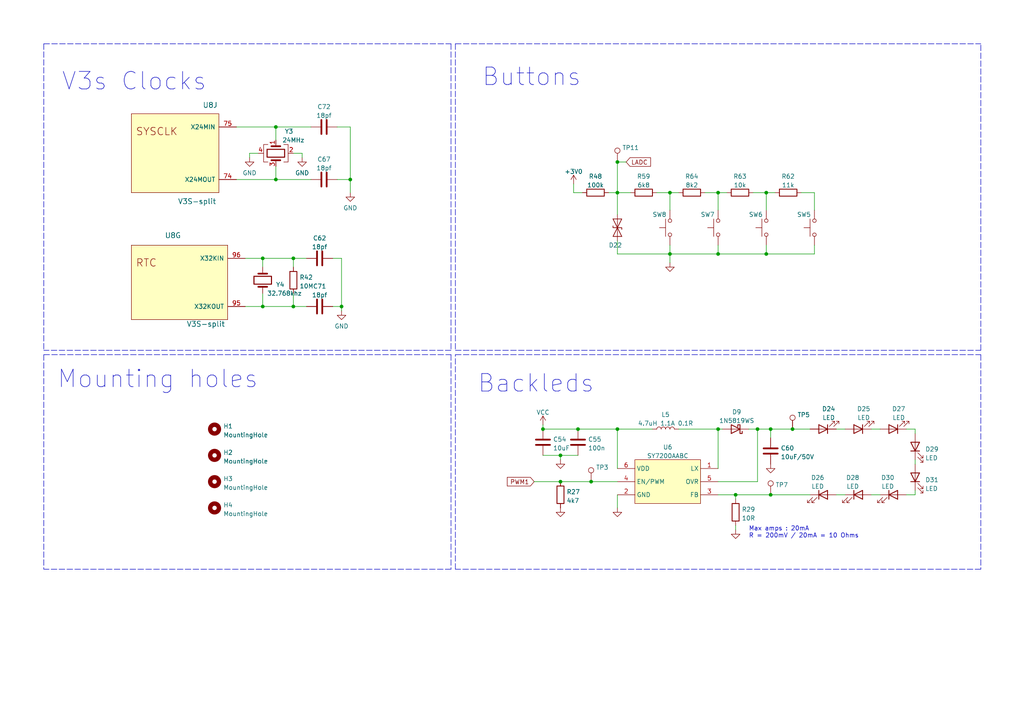
<source format=kicad_sch>
(kicad_sch (version 20211123) (generator eeschema)
  (paper "A4")
  (title_block (title "OzzyBoard") (date "2023-03-10") (rev "0.91"))
  (lib_symbols
    (symbol "Allwinner:V3S-split" (pin_names (offset 1.016))
      (property "Reference" "U1" (at 10.16 71.12 0))
      (property "Value" "V3S-split" (at 8.89 7.62 0))
      (symbol "V3S-split_1_0"
        (text "Power" (at -16.51 60.96 0) (effects (font (size 2.159 2.159)) (justify left bottom)))
        (pin power_in line (at 19.05 33.02 180) (length 5.08) (name "VCC-IO0") (number "104"))
        (pin power_in line (at 19.05 49.53 180) (length 5.08) (name "VDD-SYS1") (number "108"))
        (pin passive line (at -22.86 31.75 0) (length 5.08) (name "AVCC") (number "115"))
        (pin passive line (at -22.86 29.21 0) (length 5.08) (name "AGND") (number "116"))
        (pin power_in line (at 19.05 -5.08 180) (length 5.08) (name "VCC-PE0") (number "12"))
        (pin power_in line (at 19.05 46.99 180) (length 5.08) (name "VDD-SYS2") (number "126"))
        (pin power_in line (at 19.05 30.48 180) (length 5.08) (name "VCC-IO1") (number "127"))
        (pin power_in line (at 19.05 44.45 180) (length 5.08) (name "VDD-SYS3") (number "19"))
        (pin power_in line (at -22.86 49.53 0) (length 5.08) (name "VDD-CPU3") (number "20"))
        (pin power_in line (at -22.86 52.07 0) (length 5.08) (name "VDD-CPU2") (number "21"))
        (pin power_in line (at -22.86 54.61 0) (length 5.08) (name "VDD-CPU1") (number "25"))
        (pin power_in line (at -22.86 57.15 0) (length 5.08) (name "VDD-CPU0") (number "26"))
        (pin power_in line (at 19.05 -7.62 180) (length 5.08) (name "VCC-PE1") (number "29"))
        (pin power_in line (at -22.86 46.99 0) (length 5.08) (name "VDD-CPU4") (number "38"))
        (pin power_in line (at -22.86 44.45 0) (length 5.08) (name "VDD-CPU5") (number "47"))
        (pin power_in line (at 19.05 25.4 180) (length 5.08) (name "VCC-IO3") (number "50"))
        (pin power_in line (at -22.86 41.91 0) (length 5.08) (name "VDD-CPU6") (number "51"))
        (pin power_in line (at -22.86 39.37 0) (length 5.08) (name "VDD-CPU7") (number "56"))
        (pin power_in line (at 19.05 27.94 180) (length 5.08) (name "VCC-IO2") (number "57"))
        (pin power_in line (at 19.05 41.91 180) (length 5.08) (name "VDD-SYS4") (number "58"))
        (pin power_in line (at -22.86 -30.48 0) (length 5.08) (name "VCC-DRAM8") (number "59"))
        (pin power_in line (at -22.86 -33.02 0) (length 5.08) (name "VCC-DRAM9") (number "60"))
        (pin power_in line (at -22.86 -35.56 0) (length 5.08) (name "VCC-DRAM10") (number "61"))
        (pin power_in line (at -22.86 -38.1 0) (length 5.08) (name "VCC-DRAM11") (number "62"))
        (pin passive line (at -22.86 20.32 0) (length 5.08) (name "SVREF1") (number "63"))
        (pin power_in line (at 19.05 39.37 180) (length 5.08) (name "VDD-SYS5") (number "64"))
        (pin power_in line (at -22.86 -10.16 0) (length 5.08) (name "VCC-DRAM0") (number "65"))
        (pin power_in line (at -22.86 -12.7 0) (length 5.08) (name "VCC-DRAM1") (number "66"))
        (pin power_in line (at -22.86 -15.24 0) (length 5.08) (name "VCC-DRAM2") (number "67"))
        (pin power_in line (at -22.86 -17.78 0) (length 5.08) (name "VCC-DRAM3") (number "68"))
        (pin power_in line (at -22.86 -20.32 0) (length 5.08) (name "VCC-DRAM4") (number "69"))
        (pin power_in line (at -22.86 -22.86 0) (length 5.08) (name "VCC-DRAM5") (number "70"))
        (pin passive line (at -22.86 22.86 0) (length 5.08) (name "SVREF0") (number "71"))
        (pin power_in line (at -22.86 -25.4 0) (length 5.08) (name "VCC-DRAM6") (number "72"))
        (pin passive line (at 19.05 -12.7 180) (length 5.08) (name "SZQ") (number "73"))
        (pin power_in line (at 19.05 3.81 180) (length 5.08) (name "VCC-PLL") (number "76"))
        (pin power_in line (at -22.86 -27.94 0) (length 5.08) (name "VCC-DRAM7") (number "79"))
        (pin power_in line (at 19.05 52.07 180) (length 5.08) (name "VDD-SYS0") (number "80"))
        (pin input line (at 19.05 6.35 180) (length 5.08) (name "VCC-MCSI") (number "85"))
        (pin passive line (at -22.86 2.54 0) (length 5.08) (name "EPHY-VDD") (number "88"))
        (pin passive line (at -22.86 5.08 0) (length 5.08) (name "EPHY-VCC") (number "93"))
        (pin passive line (at 19.05 13.97 180) (length 5.08) (name "RTC-VIO") (number "97"))
        (pin power_in line (at 19.05 16.51 180) (length 5.08) (name "VCC-RTC") (number "98"))
        (pin input inverted (at 19.05 62.23 180) (length 5.08) (name "RESET") (number "99"))
        (pin passive line (at 19.05 -38.1 180) (length 5.08) (name "EGND") (number "GND$1"))
        (pin passive line (at 19.05 -35.56 180) (length 5.08) (name "EGND") (number "GND$2"))
        (pin passive line (at 19.05 -33.02 180) (length 5.08) (name "EGND") (number "GND$3"))
        (pin passive line (at 19.05 -30.48 180) (length 5.08) (name "EGND") (number "GND$4"))
        (pin passive line (at 19.05 -27.94 180) (length 5.08) (name "EGND") (number "GND$5"))
        (pin passive line (at 19.05 -25.4 180) (length 5.08) (name "EGND") (number "GND$6"))
        (pin passive line (at 19.05 -22.86 180) (length 5.08) (name "EGND") (number "GND$7"))
        (pin passive line (at 19.05 -20.32 180) (length 5.08) (name "EGND") (number "GND$8"))
        (pin passive line (at 19.05 -17.78 180) (length 5.08) (name "EGND") (number "GND$9"))
      )
      (symbol "V3S-split_2_0"
        (text "SDC0/UART0" (at -16.51 59.69 0) (effects (font (size 2.159 2.159)) (justify left bottom)))
        (pin bidirectional line (at 19.05 33.02 180) (length 5.08) (name "PF6") (number "100"))
        (pin bidirectional line (at 19.05 55.88 180) (length 5.08) (name "PF5/SDC0_D2/JTAG_CK1") (number "101"))
        (pin bidirectional line (at 19.05 53.34 180) (length 5.08) (name "PF4/SDC0_D3/UART0_RX") (number "102"))
        (pin bidirectional line (at 19.05 50.8 180) (length 5.08) (name "PF3/SDC0_CMD/JTAG_DO1") (number "103"))
        (pin bidirectional line (at 19.05 45.72 180) (length 5.08) (name "PF2/SDC0_CLK/UART0_TX") (number "105"))
        (pin bidirectional line (at 19.05 40.64 180) (length 5.08) (name "PF1/SDC0_D0/JTAG_DI1") (number "106"))
        (pin bidirectional line (at 19.05 38.1 180) (length 5.08) (name "PF0/SDC0_D1/JTAG_MS1") (number "107"))
      )
      (symbol "V3S-split_3_0"
        (text "PG/SDC1" (at -10.16 58.42 0) (effects (font (size 2.159 2.159)) (justify left bottom)))
        (pin bidirectional line (at 19.05 44.45 180) (length 5.08) (name "PG4/SDC1_D2/PG_EINT4") (number "1"))
        (pin bidirectional line (at 19.05 41.91 180) (length 5.08) (name "PG5/SDC1_D3/PG_EINT5") (number "128"))
        (pin bidirectional line (at 19.05 46.99 180) (length 5.08) (name "PG3/SDC1_D1/PG_EINT3") (number "2"))
        (pin bidirectional line (at 19.05 49.53 180) (length 5.08) (name "PG2/SDC1_D0/PG_EINT2") (number "3"))
        (pin bidirectional line (at 19.05 52.07 180) (length 5.08) (name "PG1/SDC1_CMD/PG_EINT1") (number "4"))
        (pin bidirectional line (at 19.05 54.61 180) (length 5.08) (name "PG0/SDC1_CLK/PG_EINT0") (number "5"))
      )
      (symbol "V3S-split_4_0"
        (text "CODEC" (at -15.24 58.42 0) (effects (font (size 2.159 2.159)) (justify left bottom)))
        (pin passive line (at 20.32 31.75 180) (length 5.08) (name "LRADC0") (number "112"))
        (pin passive line (at 20.32 34.29 180) (length 5.08) (name "MICIN1P") (number "113"))
        (pin passive line (at 20.32 36.83 180) (length 5.08) (name "MICIN1N") (number "114"))
        (pin power_out line (at 20.32 39.37 180) (length 5.08) (name "VRA1") (number "117"))
        (pin power_out line (at 20.32 41.91 180) (length 5.08) (name "VRA2") (number "118"))
        (pin passive line (at 20.32 44.45 180) (length 5.08) (name "HBIAS") (number "119"))
        (pin passive line (at 20.32 46.99 180) (length 5.08) (name "HPOUTR") (number "120"))
        (pin passive line (at 20.32 49.53 180) (length 5.08) (name "HPOUTL") (number "121"))
        (pin power_in line (at 20.32 52.07 180) (length 5.08) (name "HPVCCIN") (number "122"))
        (pin power_out line (at 20.32 54.61 180) (length 5.08) (name "HPVCCBP") (number "123"))
        (pin passive line (at 20.32 57.15 180) (length 5.08) (name "HPCOMFB") (number "124"))
        (pin passive line (at 20.32 59.69 180) (length 5.08) (name "HPCOM") (number "125"))
      )
      (symbol "V3S-split_5_0"
        (text "LCD/CSI" (at -19.05 58.42 0) (effects (font (size 2.159 2.159)) (justify left bottom)))
        (pin bidirectional line (at 21.59 -13.97 180) (length 5.08) (name "PE20/CSI_FIELD/CSI_MIPI_MCLK") (number "10"))
        (pin bidirectional line (at 21.59 50.8 180) (length 5.08) (name "PE19/CSI_D15/LCD_D21") (number "11"))
        (pin bidirectional line (at 21.59 48.26 180) (length 5.08) (name "PE18/CSI_D14/LCD_D20") (number "13"))
        (pin bidirectional line (at 21.59 45.72 180) (length 5.08) (name "PE17/CSI_D13/LCD_D19") (number "14"))
        (pin bidirectional line (at 21.59 43.18 180) (length 5.08) (name "PE16/CSI_D12/LCD_D18") (number "15"))
        (pin bidirectional line (at 21.59 38.1 180) (length 5.08) (name "PE15/CSI_D11/LCD_D15") (number "16"))
        (pin bidirectional line (at 21.59 35.56 180) (length 5.08) (name "PE14/CSI_D10/LCD_D14") (number "17"))
        (pin bidirectional line (at 21.59 33.02 180) (length 5.08) (name "PE13/CSI_D9/LCD_D13") (number "18"))
        (pin bidirectional line (at 21.59 30.48 180) (length 5.08) (name "PE12/CSI_D8/LCD_D12") (number "22"))
        (pin bidirectional line (at 21.59 27.94 180) (length 5.08) (name "PE11/CSI_D7/LCD_D11") (number "23"))
        (pin bidirectional line (at 21.59 25.4 180) (length 5.08) (name "PE10/CSI_D6/LCD_D10") (number "24"))
        (pin bidirectional line (at 21.59 20.32 180) (length 5.08) (name "PE9/CSI_D5/LCD_D7") (number "27"))
        (pin bidirectional line (at 21.59 17.78 180) (length 5.08) (name "PE8/CSI_D4/LCD_D6") (number "28"))
        (pin bidirectional line (at 21.59 15.24 180) (length 5.08) (name "PE7/CSI_D3/LCD_D5") (number "30"))
        (pin bidirectional line (at 21.59 12.7 180) (length 5.08) (name "PE6/CSI_D2/LCD_D4") (number "31"))
        (pin bidirectional line (at 21.59 10.16 180) (length 5.08) (name "PE5/CSI_D1/LCD_D3") (number "32"))
        (pin passive line (at 21.59 7.62 180) (length 5.08) (name "PE4/CSI_D0/LCD_D2") (number "33"))
        (pin bidirectional line (at 21.59 -2.54 180) (length 5.08) (name "PE3/CSI_VSYNC/LCD_VSYNC") (number "34"))
        (pin bidirectional line (at 21.59 0 180) (length 5.08) (name "PE2/CSI_HSYNC/LCD_HSYNC") (number "35"))
        (pin bidirectional line (at 21.59 -5.08 180) (length 5.08) (name "PE1/CSI_MCLK/LCD_DE") (number "36"))
        (pin bidirectional line (at 21.59 2.54 180) (length 5.08) (name "PE0/CSI_PCLK-/LCD_CLK") (number "37"))
        (pin bidirectional line (at 21.59 55.88 180) (length 5.08) (name "PE24/LCD_D23") (number "6"))
        (pin bidirectional line (at 21.59 53.34 180) (length 5.08) (name "PE23/LCD_D22") (number "7"))
        (pin bidirectional line (at 21.59 -19.05 180) (length 5.08) (name "PE22/CSI_SDA/TWI1_SDA/UART1_RX") (number "8"))
        (pin bidirectional line (at 21.59 -16.51 180) (length 5.08) (name "PE21/CSI_SCK/TWI1_SCK/UART1_TX") (number "9"))
      )
      (symbol "V3S-split_6_0"
        (text "USB" (at -16.51 58.42 0) (effects (font (size 2.159 2.159)) (justify left bottom)))
        (pin power_in line (at 19.05 53.34 180) (length 5.08) (name "VCC-USB") (number "109"))
        (pin passive line (at 19.05 55.88 180) (length 5.08) (name "USB-DM") (number "110"))
        (pin passive line (at 19.05 58.42 180) (length 5.08) (name "USB-DP") (number "111"))
      )
      (symbol "V3S-split_7_0"
        (text "RTC" (at -12.7 59.69 0) (effects (font (size 2.159 2.159)) (justify left bottom)))
        (pin passive line (at 19.05 48.26 180) (length 5.08) (name "X32KOUT") (number "95"))
        (pin passive line (at 19.05 62.23 180) (length 5.08) (name "X32KIN") (number "96"))
      )
      (symbol "V3S-split_8_0"
        (text "MIPI" (at -16.51 58.42 0) (effects (font (size 2.159 2.159)) (justify left bottom)))
        (pin input line (at 19.05 45.72 180) (length 5.08) (name "MCSI-D0P") (number "81"))
        (pin input line (at 19.05 48.26 180) (length 5.08) (name "MCSI-D0N") (number "82"))
        (pin input line (at 19.05 50.8 180) (length 5.08) (name "MCSI-D1P") (number "83"))
        (pin input line (at 19.05 53.34 180) (length 5.08) (name "MCSI-D1N") (number "84"))
        (pin output line (at 19.05 57.15 180) (length 5.08) (name "MCSI-CKP") (number "86"))
        (pin output line (at 19.05 59.69 180) (length 5.08) (name "MCSI-CKN") (number "87"))
      )
      (symbol "V3S-split_9_0"
        (text "SPI" (at -15.24 58.42 0) (effects (font (size 2.159 2.159)) (justify left bottom)))
        (pin bidirectional line (at 19.05 48.26 180) (length 5.08) (name "PC0/SDC2_CLK/SPI_MISO") (number "52"))
        (pin bidirectional line (at 19.05 50.8 180) (length 5.08) (name "PC1/SDC2_CMD/SPI_CLK") (number "53"))
        (pin bidirectional line (at 19.05 53.34 180) (length 5.08) (name "PC2/SDC2_RST/SPI_CS") (number "54"))
        (pin bidirectional line (at 19.05 55.88 180) (length 5.08) (name "PC3/SDC2_D0/SPI_MOSI") (number "55"))
      )
      (symbol "V3S-split_10_0"
        (text "SYSCLK" (at -11.43 63.5 0) (effects (font (size 2.159 2.159)) (justify left bottom)))
        (pin passive line (at 17.78 50.8 180) (length 5.08) (name "X24MOUT") (number "74"))
        (pin passive line (at 17.78 66.04 180) (length 5.08) (name "X24MIN") (number "75"))
      )
      (symbol "V3S-split_11_0"
        (text "PWM0/1" (at -21.59 39.37 0) (effects (font (size 2.159 2.159)) (justify left bottom)))
        (text "TWI0/1" (at -21.59 27.94 0) (effects (font (size 2.159 2.159)) (justify left bottom)))
        (text "UART2" (at -21.59 57.15 0) (effects (font (size 2.159 2.159)) (justify left bottom)))
        (pin bidirectional line (at 20.32 46.99 180) (length 5.08) (name "PB0/UART2_TX/PB_EINT0") (number "39"))
        (pin bidirectional line (at 20.32 49.53 180) (length 5.08) (name "PB1/UART2_RX/PB_EINT1") (number "40"))
        (pin bidirectional line (at 20.32 52.07 180) (length 5.08) (name "PB2/UART2_RTS/PB_EINT2") (number "41"))
        (pin bidirectional line (at 20.32 54.61 180) (length 5.08) (name "PB3/UART2_CTS/PB_EINT3") (number "42"))
        (pin bidirectional line (at 20.32 34.29 180) (length 5.08) (name "PB4/PWM0/PB_EINT4") (number "43"))
        (pin bidirectional line (at 20.32 36.83 180) (length 5.08) (name "PB5/PWM1/PB_EINT5") (number "44"))
        (pin bidirectional line (at 20.32 15.24 180) (length 5.08) (name "PB6/TWI0_SCK/PB_EINT6") (number "45"))
        (pin bidirectional line (at 20.32 17.78 180) (length 5.08) (name "PB7/TWI0_SDA/PB_EINT7") (number "46"))
        (pin bidirectional line (at 20.32 22.86 180) (length 5.08) (name "PB8/TWI1_SCK/UART0_TX/PB_EINT8") (number "48"))
        (pin bidirectional line (at 20.32 25.4 180) (length 5.08) (name "PB9/TWI1_SDA/UART0_RX/PB_EINT9") (number "49"))
      )
      (symbol "V3S-split_12_0"
        (text "EPHY" (at -15.24 59.69 0) (effects (font (size 2.159 2.159)) (justify left bottom)))
        (pin passive line (at 19.05 43.18 180) (length 5.08) (name "EPHY-LINK-LED") (number "77"))
        (pin passive line (at 19.05 45.72 180) (length 5.08) (name "EPHY-SPD-LED") (number "78"))
        (pin passive line (at 19.05 48.26 180) (length 5.08) (name "EPHY-RXN") (number "89"))
        (pin passive line (at 19.05 55.88 180) (length 5.08) (name "EPHY-RXP") (number "90"))
        (pin passive line (at 19.05 58.42 180) (length 5.08) (name "EPHY-TXN") (number "91"))
        (pin passive line (at 19.05 60.96 180) (length 5.08) (name "EPHY-TXP") (number "92"))
        (pin passive line (at 19.05 40.64 180) (length 5.08) (name "EPHY-RTX") (number "94"))
      )
    )
    (symbol "Connector:TestPoint" (pin_numbers hide) (pin_names (offset 0.762) hide)
      (property "Reference" "TP" (at 0 6.858 0))
      (property "Value" "TestPoint" (at 0 5.08 0))
      (symbol "TestPoint_1_1"
        (pin passive line (at 0 0 90) (length 2.54) (name "1") (number "1"))
      )
    )
    (symbol "Device:C" (pin_numbers hide) (pin_names (offset 0.254))
      (property "Reference" "C" (at 0.635 2.54 0))
      (property "Value" "C" (at 0.635 -2.54 0))
      (symbol "C_1_1"
        (pin passive line (at 0 3.81 270) (length 2.794) (name "~") (number "1"))
        (pin passive line (at 0 -3.81 90) (length 2.794) (name "~") (number "2"))
      )
    )
    (symbol "Device:Crystal" (pin_numbers hide) (pin_names (offset 1.016) hide)
      (property "Reference" "Y" (at 0 3.81 0))
      (property "Value" "Crystal" (at 0 -3.81 0))
      (symbol "Crystal_1_1"
        (pin passive line (at -3.81 0 0) (length 1.27) (name "1") (number "1"))
        (pin passive line (at 3.81 0 180) (length 1.27) (name "2") (number "2"))
      )
    )
    (symbol "Device:Crystal_GND24" (pin_names (offset 1.016) hide)
      (property "Reference" "Y" (at 3.175 5.08 0))
      (property "Value" "Crystal_GND24" (at 3.175 3.175 0))
      (symbol "Crystal_GND24_1_1"
        (pin passive line (at -3.81 0 0) (length 1.27) (name "1") (number "1"))
        (pin passive line (at 0 5.08 270) (length 1.27) (name "2") (number "2"))
        (pin passive line (at 3.81 0 180) (length 1.27) (name "3") (number "3"))
        (pin passive line (at 0 -5.08 90) (length 1.27) (name "4") (number "4"))
      )
    )
    (symbol "Device:L" (pin_numbers hide) (pin_names (offset 1.016) hide)
      (property "Reference" "L" (at -1.27 0 90))
      (property "Value" "L" (at 1.905 0 90))
      (symbol "L_1_1"
        (pin passive line (at 0 3.81 270) (length 1.27) (name "1") (number "1"))
        (pin passive line (at 0 -3.81 90) (length 1.27) (name "2") (number "2"))
      )
    )
    (symbol "Device:LED" (pin_numbers hide) (pin_names (offset 1.016) hide)
      (property "Reference" "D" (at 0 2.54 0))
      (property "Value" "LED" (at 0 -2.54 0))
      (symbol "LED_1_1"
        (pin passive line (at -3.81 0 0) (length 2.54) (name "K") (number "1"))
        (pin passive line (at 3.81 0 180) (length 2.54) (name "A") (number "2"))
      )
    )
    (symbol "Device:R" (pin_numbers hide) (pin_names (offset 0))
      (property "Reference" "R" (at 2.032 0 90))
      (property "Value" "R" (at 0 0 90))
      (symbol "R_1_1"
        (pin passive line (at 0 3.81 270) (length 1.27) (name "~") (number "1"))
        (pin passive line (at 0 -3.81 90) (length 1.27) (name "~") (number "2"))
      )
    )
    (symbol "Diode:1N5819WS" (pin_numbers hide) (pin_names (offset 1.016) hide)
      (property "Reference" "D" (at 0 2.54 0))
      (property "Value" "1N5819WS" (at 0 -2.54 0))
      (symbol "1N5819WS_1_1"
        (pin passive line (at -3.81 0 0) (length 2.54) (name "K") (number "1"))
        (pin passive line (at 3.81 0 180) (length 2.54) (name "A") (number "2"))
      )
    )
    (symbol "Diode:ESD9B3.3ST5G" (pin_numbers hide) (pin_names (offset 1.016) hide)
      (property "Reference" "D" (at 0 2.54 0))
      (property "Value" "ESD9B3.3ST5G" (at 0 -2.54 0))
      (symbol "ESD9B3.3ST5G_1_1"
        (pin passive line (at -3.81 0 0) (length 2.54) (name "A1") (number "1"))
        (pin passive line (at 3.81 0 180) (length 2.54) (name "A2") (number "2"))
      )
    )
    (symbol "LED_DRIVER:SY7200AABC"
      (property "Reference" "U" (at 7.62 8.89 0))
      (property "Value" "SY7200AABC" (at 3.81 -6.35 0))
      (symbol "SY7200AABC_1_0"
        (pin power_out line (at 13.97 5.08 180) (length 5.08) (name "LX") (number "1"))
        (pin power_in line (at -15.24 -2.54 0) (length 5.08) (name "GND") (number "2"))
        (pin input line (at 13.97 -2.54 180) (length 5.08) (name "FB") (number "3"))
        (pin input line (at -15.24 1.27 0) (length 5.08) (name "EN/PWM") (number "4"))
        (pin input line (at 13.97 1.27 180) (length 5.08) (name "OVR") (number "5"))
        (pin power_in line (at -15.24 5.08 0) (length 5.08) (name "VDD") (number "6"))
      )
    )
    (symbol "Mechanical:MountingHole" (pin_names (offset 1.016))
      (property "Reference" "H" (at 0 5.08 0))
      (property "Value" "MountingHole" (at 0 3.175 0))
    )
    (symbol "Switch:SW_Push" (pin_numbers hide) (pin_names (offset 1.016) hide)
      (property "Reference" "SW" (at 1.27 2.54 0))
      (property "Value" "SW_Push" (at 0 -1.524 0))
      (symbol "SW_Push_0_1"
        (pin passive line (at -5.08 0 0) (length 2.54) (name "1") (number "1"))
        (pin passive line (at 5.08 0 180) (length 2.54) (name "2") (number "2"))
      )
    )
    (symbol "V3S-split_1" (pin_names (offset 1.016))
      (property "Reference" "U1" (at 10.16 71.12 0))
      (property "Value" "V3S-split_1" (at 7.62 45.72 0))
      (symbol "V3S-split_1_1_0"
        (text "Power" (at -16.51 60.96 0) (effects (font (size 2.159 2.159)) (justify left bottom)))
        (pin power_in line (at 19.05 33.02 180) (length 5.08) (name "VCC-IO0") (number "104"))
        (pin power_in line (at 19.05 49.53 180) (length 5.08) (name "VDD-SYS1") (number "108"))
        (pin passive line (at -22.86 31.75 0) (length 5.08) (name "AVCC") (number "115"))
        (pin passive line (at -22.86 29.21 0) (length 5.08) (name "AGND") (number "116"))
        (pin power_in line (at 19.05 -5.08 180) (length 5.08) (name "VCC-PE0") (number "12"))
        (pin power_in line (at 19.05 46.99 180) (length 5.08) (name "VDD-SYS2") (number "126"))
        (pin power_in line (at 19.05 30.48 180) (length 5.08) (name "VCC-IO1") (number "127"))
        (pin power_in line (at 19.05 44.45 180) (length 5.08) (name "VDD-SYS3") (number "19"))
        (pin power_in line (at -22.86 49.53 0) (length 5.08) (name "VDD-CPU3") (number "20"))
        (pin power_in line (at -22.86 52.07 0) (length 5.08) (name "VDD-CPU2") (number "21"))
        (pin power_in line (at -22.86 54.61 0) (length 5.08) (name "VDD-CPU1") (number "25"))
        (pin power_in line (at -22.86 57.15 0) (length 5.08) (name "VDD-CPU0") (number "26"))
        (pin power_in line (at 19.05 -7.62 180) (length 5.08) (name "VCC-PE1") (number "29"))
        (pin power_in line (at -22.86 46.99 0) (length 5.08) (name "VDD-CPU4") (number "38"))
        (pin power_in line (at -22.86 44.45 0) (length 5.08) (name "VDD-CPU5") (number "47"))
        (pin power_in line (at 19.05 25.4 180) (length 5.08) (name "VCC-IO3") (number "50"))
        (pin power_in line (at -22.86 41.91 0) (length 5.08) (name "VDD-CPU6") (number "51"))
        (pin power_in line (at -22.86 39.37 0) (length 5.08) (name "VDD-CPU7") (number "56"))
        (pin power_in line (at 19.05 27.94 180) (length 5.08) (name "VCC-IO2") (number "57"))
        (pin power_in line (at 19.05 41.91 180) (length 5.08) (name "VDD-SYS4") (number "58"))
        (pin power_in line (at -22.86 -30.48 0) (length 5.08) (name "VCC-DRAM8") (number "59"))
        (pin power_in line (at -22.86 -33.02 0) (length 5.08) (name "VCC-DRAM9") (number "60"))
        (pin power_in line (at -22.86 -35.56 0) (length 5.08) (name "VCC-DRAM10") (number "61"))
        (pin power_in line (at -22.86 -38.1 0) (length 5.08) (name "VCC-DRAM11") (number "62"))
        (pin passive line (at -22.86 20.32 0) (length 5.08) (name "SVREF1") (number "63"))
        (pin power_in line (at 19.05 39.37 180) (length 5.08) (name "VDD-SYS5") (number "64"))
        (pin power_in line (at -22.86 -10.16 0) (length 5.08) (name "VCC-DRAM0") (number "65"))
        (pin power_in line (at -22.86 -12.7 0) (length 5.08) (name "VCC-DRAM1") (number "66"))
        (pin power_in line (at -22.86 -15.24 0) (length 5.08) (name "VCC-DRAM2") (number "67"))
        (pin power_in line (at -22.86 -17.78 0) (length 5.08) (name "VCC-DRAM3") (number "68"))
        (pin power_in line (at -22.86 -20.32 0) (length 5.08) (name "VCC-DRAM4") (number "69"))
        (pin power_in line (at -22.86 -22.86 0) (length 5.08) (name "VCC-DRAM5") (number "70"))
        (pin passive line (at -22.86 22.86 0) (length 5.08) (name "SVREF0") (number "71"))
        (pin power_in line (at -22.86 -25.4 0) (length 5.08) (name "VCC-DRAM6") (number "72"))
        (pin passive line (at 19.05 -12.7 180) (length 5.08) (name "SZQ") (number "73"))
        (pin power_in line (at 19.05 3.81 180) (length 5.08) (name "VCC-PLL") (number "76"))
        (pin power_in line (at -22.86 -27.94 0) (length 5.08) (name "VCC-DRAM7") (number "79"))
        (pin power_in line (at 19.05 52.07 180) (length 5.08) (name "VDD-SYS0") (number "80"))
        (pin input line (at 19.05 6.35 180) (length 5.08) (name "VCC-MCSI") (number "85"))
        (pin passive line (at -22.86 2.54 0) (length 5.08) (name "EPHY-VDD") (number "88"))
        (pin passive line (at -22.86 5.08 0) (length 5.08) (name "EPHY-VCC") (number "93"))
        (pin passive line (at 19.05 13.97 180) (length 5.08) (name "RTC-VIO") (number "97"))
        (pin power_in line (at 19.05 16.51 180) (length 5.08) (name "VCC-RTC") (number "98"))
        (pin input inverted (at 19.05 62.23 180) (length 5.08) (name "RESET") (number "99"))
        (pin passive line (at 19.05 -38.1 180) (length 5.08) (name "EGND") (number "GND$1"))
        (pin passive line (at 19.05 -35.56 180) (length 5.08) (name "EGND") (number "GND$2"))
        (pin passive line (at 19.05 -33.02 180) (length 5.08) (name "EGND") (number "GND$3"))
        (pin passive line (at 19.05 -30.48 180) (length 5.08) (name "EGND") (number "GND$4"))
        (pin passive line (at 19.05 -27.94 180) (length 5.08) (name "EGND") (number "GND$5"))
        (pin passive line (at 19.05 -25.4 180) (length 5.08) (name "EGND") (number "GND$6"))
        (pin passive line (at 19.05 -22.86 180) (length 5.08) (name "EGND") (number "GND$7"))
        (pin passive line (at 19.05 -20.32 180) (length 5.08) (name "EGND") (number "GND$8"))
        (pin passive line (at 19.05 -17.78 180) (length 5.08) (name "EGND") (number "GND$9"))
      )
      (symbol "V3S-split_1_2_0"
        (text "SDC0/UART0" (at -16.51 59.69 0) (effects (font (size 2.159 2.159)) (justify left bottom)))
        (pin bidirectional line (at 19.05 33.02 180) (length 5.08) (name "PF6") (number "100"))
        (pin bidirectional line (at 19.05 55.88 180) (length 5.08) (name "PF5/SDC0_D2/JTAG_CK1") (number "101"))
        (pin bidirectional line (at 19.05 53.34 180) (length 5.08) (name "PF4/SDC0_D3/UART0_RX") (number "102"))
        (pin bidirectional line (at 19.05 50.8 180) (length 5.08) (name "PF3/SDC0_CMD/JTAG_DO1") (number "103"))
        (pin bidirectional line (at 19.05 45.72 180) (length 5.08) (name "PF2/SDC0_CLK/UART0_TX") (number "105"))
        (pin bidirectional line (at 19.05 40.64 180) (length 5.08) (name "PF1/SDC0_D0/JTAG_DI1") (number "106"))
        (pin bidirectional line (at 19.05 38.1 180) (length 5.08) (name "PF0/SDC0_D1/JTAG_MS1") (number "107"))
      )
      (symbol "V3S-split_1_3_0"
        (text "PG/SDC1" (at -10.16 58.42 0) (effects (font (size 2.159 2.159)) (justify left bottom)))
        (pin bidirectional line (at 19.05 44.45 180) (length 5.08) (name "PG4/SDC1_D2/PG_EINT4") (number "1"))
        (pin bidirectional line (at 19.05 41.91 180) (length 5.08) (name "PG5/SDC1_D3/PG_EINT5") (number "128"))
        (pin bidirectional line (at 19.05 46.99 180) (length 5.08) (name "PG3/SDC1_D1/PG_EINT3") (number "2"))
        (pin bidirectional line (at 19.05 49.53 180) (length 5.08) (name "PG2/SDC1_D0/PG_EINT2") (number "3"))
        (pin bidirectional line (at 19.05 52.07 180) (length 5.08) (name "PG1/SDC1_CMD/PG_EINT1") (number "4"))
        (pin bidirectional line (at 19.05 54.61 180) (length 5.08) (name "PG0/SDC1_CLK/PG_EINT0") (number "5"))
      )
      (symbol "V3S-split_1_4_0"
        (text "CODEC" (at -15.24 58.42 0) (effects (font (size 2.159 2.159)) (justify left bottom)))
        (pin passive line (at 20.32 31.75 180) (length 5.08) (name "LRADC0") (number "112"))
        (pin passive line (at 20.32 34.29 180) (length 5.08) (name "MICIN1P") (number "113"))
        (pin passive line (at 20.32 36.83 180) (length 5.08) (name "MICIN1N") (number "114"))
        (pin power_out line (at 20.32 39.37 180) (length 5.08) (name "VRA1") (number "117"))
        (pin power_out line (at 20.32 41.91 180) (length 5.08) (name "VRA2") (number "118"))
        (pin passive line (at 20.32 44.45 180) (length 5.08) (name "HBIAS") (number "119"))
        (pin passive line (at 20.32 46.99 180) (length 5.08) (name "HPOUTR") (number "120"))
        (pin passive line (at 20.32 49.53 180) (length 5.08) (name "HPOUTL") (number "121"))
        (pin power_in line (at 20.32 52.07 180) (length 5.08) (name "HPVCCIN") (number "122"))
        (pin power_out line (at 20.32 54.61 180) (length 5.08) (name "HPVCCBP") (number "123"))
        (pin passive line (at 20.32 57.15 180) (length 5.08) (name "HPCOMFB") (number "124"))
        (pin passive line (at 20.32 59.69 180) (length 5.08) (name "HPCOM") (number "125"))
      )
      (symbol "V3S-split_1_5_0"
        (text "LCD/CSI" (at -19.05 58.42 0) (effects (font (size 2.159 2.159)) (justify left bottom)))
        (pin bidirectional line (at 21.59 -13.97 180) (length 5.08) (name "PE20/CSI_FIELD/CSI_MIPI_MCLK") (number "10"))
        (pin bidirectional line (at 21.59 50.8 180) (length 5.08) (name "PE19/CSI_D15/LCD_D21") (number "11"))
        (pin bidirectional line (at 21.59 48.26 180) (length 5.08) (name "PE18/CSI_D14/LCD_D20") (number "13"))
        (pin bidirectional line (at 21.59 45.72 180) (length 5.08) (name "PE17/CSI_D13/LCD_D19") (number "14"))
        (pin bidirectional line (at 21.59 43.18 180) (length 5.08) (name "PE16/CSI_D12/LCD_D18") (number "15"))
        (pin bidirectional line (at 21.59 38.1 180) (length 5.08) (name "PE15/CSI_D11/LCD_D15") (number "16"))
        (pin bidirectional line (at 21.59 35.56 180) (length 5.08) (name "PE14/CSI_D10/LCD_D14") (number "17"))
        (pin bidirectional line (at 21.59 33.02 180) (length 5.08) (name "PE13/CSI_D9/LCD_D13") (number "18"))
        (pin bidirectional line (at 21.59 30.48 180) (length 5.08) (name "PE12/CSI_D8/LCD_D12") (number "22"))
        (pin bidirectional line (at 21.59 27.94 180) (length 5.08) (name "PE11/CSI_D7/LCD_D11") (number "23"))
        (pin bidirectional line (at 21.59 25.4 180) (length 5.08) (name "PE10/CSI_D6/LCD_D10") (number "24"))
        (pin bidirectional line (at 21.59 20.32 180) (length 5.08) (name "PE9/CSI_D5/LCD_D7") (number "27"))
        (pin bidirectional line (at 21.59 17.78 180) (length 5.08) (name "PE8/CSI_D4/LCD_D6") (number "28"))
        (pin bidirectional line (at 21.59 15.24 180) (length 5.08) (name "PE7/CSI_D3/LCD_D5") (number "30"))
        (pin bidirectional line (at 21.59 12.7 180) (length 5.08) (name "PE6/CSI_D2/LCD_D4") (number "31"))
        (pin bidirectional line (at 21.59 10.16 180) (length 5.08) (name "PE5/CSI_D1/LCD_D3") (number "32"))
        (pin passive line (at 21.59 7.62 180) (length 5.08) (name "PE4/CSI_D0/LCD_D2") (number "33"))
        (pin bidirectional line (at 21.59 -2.54 180) (length 5.08) (name "PE3/CSI_VSYNC/LCD_VSYNC") (number "34"))
        (pin bidirectional line (at 21.59 0 180) (length 5.08) (name "PE2/CSI_HSYNC/LCD_HSYNC") (number "35"))
        (pin bidirectional line (at 21.59 -5.08 180) (length 5.08) (name "PE1/CSI_MCLK/LCD_DE") (number "36"))
        (pin bidirectional line (at 21.59 2.54 180) (length 5.08) (name "PE0/CSI_PCLK-/LCD_CLK") (number "37"))
        (pin bidirectional line (at 21.59 55.88 180) (length 5.08) (name "PE24/LCD_D23") (number "6"))
        (pin bidirectional line (at 21.59 53.34 180) (length 5.08) (name "PE23/LCD_D22") (number "7"))
        (pin bidirectional line (at 21.59 -19.05 180) (length 5.08) (name "PE22/CSI_SDA/TWI1_SDA/UART1_RX") (number "8"))
        (pin bidirectional line (at 21.59 -16.51 180) (length 5.08) (name "PE21/CSI_SCK/TWI1_SCK/UART1_TX") (number "9"))
      )
      (symbol "V3S-split_1_6_0"
        (text "USB" (at -16.51 58.42 0) (effects (font (size 2.159 2.159)) (justify left bottom)))
        (pin power_in line (at 19.05 53.34 180) (length 5.08) (name "VCC-USB") (number "109"))
        (pin passive line (at 19.05 55.88 180) (length 5.08) (name "USB-DM") (number "110"))
        (pin passive line (at 19.05 58.42 180) (length 5.08) (name "USB-DP") (number "111"))
      )
      (symbol "V3S-split_1_7_0"
        (text "RTC" (at -12.7 59.69 0) (effects (font (size 2.159 2.159)) (justify left bottom)))
        (pin passive line (at 19.05 48.26 180) (length 5.08) (name "X32KOUT") (number "95"))
        (pin passive line (at 19.05 62.23 180) (length 5.08) (name "X32KIN") (number "96"))
      )
      (symbol "V3S-split_1_8_0"
        (text "MIPI" (at -16.51 58.42 0) (effects (font (size 2.159 2.159)) (justify left bottom)))
        (pin input line (at 19.05 45.72 180) (length 5.08) (name "MCSI-D0P") (number "81"))
        (pin input line (at 19.05 48.26 180) (length 5.08) (name "MCSI-D0N") (number "82"))
        (pin input line (at 19.05 50.8 180) (length 5.08) (name "MCSI-D1P") (number "83"))
        (pin input line (at 19.05 53.34 180) (length 5.08) (name "MCSI-D1N") (number "84"))
        (pin output line (at 19.05 57.15 180) (length 5.08) (name "MCSI-CKP") (number "86"))
        (pin output line (at 19.05 59.69 180) (length 5.08) (name "MCSI-CKN") (number "87"))
      )
      (symbol "V3S-split_1_9_0"
        (text "SPI" (at -15.24 58.42 0) (effects (font (size 2.159 2.159)) (justify left bottom)))
        (pin bidirectional line (at 19.05 48.26 180) (length 5.08) (name "PC0/SDC2_CLK/SPI_MISO") (number "52"))
        (pin bidirectional line (at 19.05 50.8 180) (length 5.08) (name "PC1/SDC2_CMD/SPI_CLK") (number "53"))
        (pin bidirectional line (at 19.05 53.34 180) (length 5.08) (name "PC2/SDC2_RST/SPI_CS") (number "54"))
        (pin bidirectional line (at 19.05 55.88 180) (length 5.08) (name "PC3/SDC2_D0/SPI_MOSI") (number "55"))
      )
      (symbol "V3S-split_1_10_0"
        (text "SYSCLK" (at -11.43 63.5 0) (effects (font (size 2.159 2.159)) (justify left bottom)))
        (pin passive line (at 17.78 50.8 180) (length 5.08) (name "X24MOUT") (number "74"))
        (pin passive line (at 17.78 66.04 180) (length 5.08) (name "X24MIN") (number "75"))
      )
      (symbol "V3S-split_1_11_0"
        (text "PWM0/1" (at -21.59 39.37 0) (effects (font (size 2.159 2.159)) (justify left bottom)))
        (text "TWI0/1" (at -21.59 27.94 0) (effects (font (size 2.159 2.159)) (justify left bottom)))
        (text "UART2" (at -21.59 57.15 0) (effects (font (size 2.159 2.159)) (justify left bottom)))
        (pin bidirectional line (at 20.32 46.99 180) (length 5.08) (name "PB0/UART2_TX/PB_EINT0") (number "39"))
        (pin bidirectional line (at 20.32 49.53 180) (length 5.08) (name "PB1/UART2_RX/PB_EINT1") (number "40"))
        (pin bidirectional line (at 20.32 52.07 180) (length 5.08) (name "PB2/UART2_RTS/PB_EINT2") (number "41"))
        (pin bidirectional line (at 20.32 54.61 180) (length 5.08) (name "PB3/UART2_CTS/PB_EINT3") (number "42"))
        (pin bidirectional line (at 20.32 34.29 180) (length 5.08) (name "PB4/PWM0/PB_EINT4") (number "43"))
        (pin bidirectional line (at 20.32 36.83 180) (length 5.08) (name "PB5/PWM1/PB_EINT5") (number "44"))
        (pin bidirectional line (at 20.32 15.24 180) (length 5.08) (name "PB6/TWI0_SCK/PB_EINT6") (number "45"))
        (pin bidirectional line (at 20.32 17.78 180) (length 5.08) (name "PB7/TWI0_SDA/PB_EINT7") (number "46"))
        (pin bidirectional line (at 20.32 22.86 180) (length 5.08) (name "PB8/TWI1_SCK/UART0_TX/PB_EINT8") (number "48"))
        (pin bidirectional line (at 20.32 25.4 180) (length 5.08) (name "PB9/TWI1_SDA/UART0_RX/PB_EINT9") (number "49"))
      )
      (symbol "V3S-split_1_12_0"
        (text "EPHY" (at -15.24 59.69 0) (effects (font (size 2.159 2.159)) (justify left bottom)))
        (pin passive line (at 19.05 40.64 180) (length 5.08) (name "EPHY-LINK-LED") (number "77"))
        (pin passive line (at 19.05 43.18 180) (length 5.08) (name "EPHY-SPD-LED") (number "78"))
        (pin passive line (at 19.05 48.26 180) (length 5.08) (name "EPHY-RXN") (number "89"))
        (pin passive line (at 19.05 50.8 180) (length 5.08) (name "EPHY-RXP") (number "90"))
        (pin passive line (at 19.05 53.34 180) (length 5.08) (name "EPHY-TXN") (number "91"))
        (pin passive line (at 19.05 55.88 180) (length 5.08) (name "EPHY-TXP") (number "92"))
        (pin passive line (at 19.05 58.42 180) (length 5.08) (name "EPHY-RTX") (number "94"))
      )
    )
    (symbol "power:+3V0" (power) (pin_names (offset 0))
      (property "Value" "+3V0" (at 0 3.556 0))
      (symbol "+3V0_1_1"
        (pin power_in line (at 0 0 90) (length 0) hide (name "+3V0") (number "1"))
      )
    )
    (symbol "power:GND" (power) (pin_names (offset 0))
      (property "Value" "GND" (at 0 -3.81 0))
      (symbol "GND_1_1"
        (pin power_in line (at 0 0 270) (length 0) hide (name "GND") (number "1"))
      )
    )
    (symbol "power:VCC" (power) (pin_names (offset 0))
      (property "Value" "VCC" (at 0 3.81 0))
      (symbol "VCC_1_1"
        (pin power_in line (at 0 0 90) (length 0) hide (name "VCC") (number "1"))
      )
    )
  )
  (junction (at 179.07 46.99))
  (junction (at 208.28 55.88))
  (junction (at 157.48 124.46))
  (junction (at 222.25 73.66))
  (junction (at 99.06 88.9))
  (junction (at 208.28 73.66))
  (junction (at 101.6 52.07))
  (junction (at 80.01 52.07))
  (junction (at 194.31 55.88))
  (junction (at 85.09 74.93))
  (junction (at 162.56 139.7))
  (junction (at 80.01 36.83))
  (junction (at 223.52 143.51))
  (junction (at 76.2 88.9))
  (junction (at 171.45 139.7))
  (junction (at 85.09 88.9))
  (junction (at 222.25 55.88))
  (junction (at 76.2 74.93))
  (junction (at 229.87 124.46))
  (junction (at 223.52 124.46))
  (junction (at 219.71 124.46))
  (junction (at 208.28 124.46))
  (junction (at 194.31 73.66))
  (junction (at 213.36 143.51))
  (junction (at 179.07 55.88))
  (junction (at 167.64 124.46))
  (junction (at 179.07 124.46))
  (junction (at 162.56 132.08))
  (wire (pts (xy 85.09 85.09) (xy 85.09 88.9)))
  (wire (pts (xy 255.27 124.46) (xy 252.73 124.46)))
  (wire (pts (xy 265.43 142.24) (xy 265.43 143.51)))
  (wire (pts (xy 213.36 153.67) (xy 213.36 152.4)))
  (wire (pts (xy 179.07 69.85) (xy 179.07 73.66)))
  (wire (pts (xy 262.89 124.46) (xy 265.43 124.46)))
  (wire (pts (xy 194.31 73.66) (xy 208.28 73.66)))
  (wire (pts (xy 208.28 124.46) (xy 209.55 124.46)))
  (wire (pts (xy 236.22 60.96) (xy 236.22 55.88)))
  (polyline (pts (xy 12.7 102.87) (xy 130.81 102.87)))
  (wire (pts (xy 179.07 55.88) (xy 182.88 55.88)))
  (wire (pts (xy 97.79 52.07) (xy 101.6 52.07)))
  (wire (pts (xy 101.6 36.83) (xy 101.6 52.07)))
  (polyline (pts (xy 132.08 101.6) (xy 284.48 101.6)))
  (wire (pts (xy 222.25 71.12) (xy 222.25 73.66)))
  (wire (pts (xy 223.52 143.51) (xy 234.95 143.51)))
  (wire (pts (xy 154.94 139.7) (xy 162.56 139.7)))
  (wire (pts (xy 204.47 55.88) (xy 208.28 55.88)))
  (wire (pts (xy 157.48 124.46) (xy 167.64 124.46)))
  (wire (pts (xy 72.39 45.72) (xy 72.39 44.45)))
  (wire (pts (xy 85.09 88.9) (xy 88.9 88.9)))
  (wire (pts (xy 71.12 88.9) (xy 76.2 88.9)))
  (wire (pts (xy 179.07 46.99) (xy 179.07 55.88)))
  (polyline (pts (xy 284.48 102.87) (xy 284.48 165.1)))
  (wire (pts (xy 222.25 55.88) (xy 222.25 60.96)))
  (wire (pts (xy 99.06 88.9) (xy 99.06 90.17)))
  (wire (pts (xy 223.52 127) (xy 223.52 124.46)))
  (wire (pts (xy 171.45 139.7) (xy 179.07 139.7)))
  (wire (pts (xy 162.56 132.08) (xy 167.64 132.08)))
  (wire (pts (xy 219.71 124.46) (xy 223.52 124.46)))
  (wire (pts (xy 217.17 124.46) (xy 219.71 124.46)))
  (wire (pts (xy 96.52 74.93) (xy 99.06 74.93)))
  (wire (pts (xy 87.63 44.45) (xy 87.63 45.72)))
  (wire (pts (xy 179.07 124.46) (xy 167.64 124.46)))
  (wire (pts (xy 166.37 55.88) (xy 168.91 55.88)))
  (wire (pts (xy 76.2 74.93) (xy 76.2 77.47)))
  (wire (pts (xy 179.07 124.46) (xy 189.23 124.46)))
  (wire (pts (xy 176.53 55.88) (xy 179.07 55.88)))
  (wire (pts (xy 179.07 135.89) (xy 179.07 124.46)))
  (wire (pts (xy 99.06 74.93) (xy 99.06 88.9)))
  (wire (pts (xy 68.58 36.83) (xy 80.01 36.83)))
  (wire (pts (xy 190.5 55.88) (xy 194.31 55.88)))
  (wire (pts (xy 179.07 73.66) (xy 194.31 73.66)))
  (polyline (pts (xy 132.08 165.1) (xy 132.08 102.87)))
  (wire (pts (xy 265.43 124.46) (xy 265.43 125.73)))
  (wire (pts (xy 157.48 123.19) (xy 157.48 124.46)))
  (wire (pts (xy 71.12 74.93) (xy 76.2 74.93)))
  (polyline (pts (xy 12.7 12.7) (xy 130.81 12.7)))
  (wire (pts (xy 213.36 143.51) (xy 223.52 143.51)))
  (wire (pts (xy 194.31 55.88) (xy 196.85 55.88)))
  (wire (pts (xy 97.79 36.83) (xy 101.6 36.83)))
  (polyline (pts (xy 130.81 102.87) (xy 130.81 165.1)))
  (wire (pts (xy 208.28 55.88) (xy 210.82 55.88)))
  (wire (pts (xy 80.01 40.64) (xy 80.01 36.83)))
  (wire (pts (xy 179.07 143.51) (xy 179.07 147.32)))
  (polyline (pts (xy 284.48 165.1) (xy 132.08 165.1)))
  (wire (pts (xy 208.28 73.66) (xy 222.25 73.66)))
  (wire (pts (xy 162.56 132.08) (xy 162.56 133.35)))
  (wire (pts (xy 208.28 124.46) (xy 196.85 124.46)))
  (wire (pts (xy 166.37 53.34) (xy 166.37 55.88)))
  (wire (pts (xy 219.71 139.7) (xy 219.71 124.46)))
  (wire (pts (xy 242.57 143.51) (xy 245.11 143.51)))
  (wire (pts (xy 181.61 46.99) (xy 179.07 46.99)))
  (wire (pts (xy 194.31 71.12) (xy 194.31 73.66)))
  (wire (pts (xy 236.22 55.88) (xy 232.41 55.88)))
  (wire (pts (xy 72.39 44.45) (xy 74.93 44.45)))
  (wire (pts (xy 208.28 135.89) (xy 208.28 124.46)))
  (wire (pts (xy 194.31 55.88) (xy 194.31 60.96)))
  (wire (pts (xy 208.28 55.88) (xy 208.28 60.96)))
  (wire (pts (xy 85.09 44.45) (xy 87.63 44.45)))
  (polyline (pts (xy 12.7 12.7) (xy 12.7 101.6)))
  (wire (pts (xy 194.31 73.66) (xy 194.31 76.2)))
  (wire (pts (xy 80.01 52.07) (xy 90.17 52.07)))
  (wire (pts (xy 265.43 133.35) (xy 265.43 134.62)))
  (wire (pts (xy 218.44 55.88) (xy 222.25 55.88)))
  (wire (pts (xy 101.6 52.07) (xy 101.6 55.88)))
  (polyline (pts (xy 130.81 12.7) (xy 130.81 101.6)))
  (polyline (pts (xy 132.08 12.7) (xy 132.08 101.6)))
  (wire (pts (xy 252.73 143.51) (xy 255.27 143.51)))
  (wire (pts (xy 80.01 48.26) (xy 80.01 52.07)))
  (wire (pts (xy 236.22 73.66) (xy 222.25 73.66)))
  (polyline (pts (xy 132.08 12.7) (xy 284.48 12.7)))
  (wire (pts (xy 222.25 55.88) (xy 224.79 55.88)))
  (wire (pts (xy 229.87 124.46) (xy 234.95 124.46)))
  (polyline (pts (xy 130.81 101.6) (xy 12.7 101.6)))
  (wire (pts (xy 265.43 143.51) (xy 262.89 143.51)))
  (wire (pts (xy 208.28 71.12) (xy 208.28 73.66)))
  (wire (pts (xy 76.2 85.09) (xy 76.2 88.9)))
  (wire (pts (xy 85.09 74.93) (xy 85.09 77.47)))
  (polyline (pts (xy 284.48 101.6) (xy 284.48 12.7)))
  (wire (pts (xy 85.09 74.93) (xy 88.9 74.93)))
  (polyline (pts (xy 130.81 165.1) (xy 12.7 165.1)))
  (wire (pts (xy 208.28 143.51) (xy 213.36 143.51)))
  (wire (pts (xy 76.2 88.9) (xy 85.09 88.9)))
  (polyline (pts (xy 12.7 102.87) (xy 12.7 165.1)))
  (wire (pts (xy 99.06 88.9) (xy 96.52 88.9)))
  (wire (pts (xy 242.57 124.46) (xy 245.11 124.46)))
  (wire (pts (xy 213.36 143.51) (xy 213.36 144.78)))
  (wire (pts (xy 157.48 132.08) (xy 162.56 132.08)))
  (wire (pts (xy 236.22 71.12) (xy 236.22 73.66)))
  (wire (pts (xy 162.56 139.7) (xy 171.45 139.7)))
  (wire (pts (xy 179.07 55.88) (xy 179.07 62.23)))
  (wire (pts (xy 76.2 74.93) (xy 85.09 74.93)))
  (wire (pts (xy 223.52 124.46) (xy 229.87 124.46)))
  (wire (pts (xy 68.58 52.07) (xy 80.01 52.07)))
  (wire (pts (xy 80.01 36.83) (xy 90.17 36.83)))
  (wire (pts (xy 208.28 139.7) (xy 219.71 139.7)))
  (polyline (pts (xy 132.08 102.87) (xy 284.48 102.87)))
  (text "Backleds" (at 138.43 114.3 0) (effects (font (size 5.08 5.08)) (justify left bottom)))
  (text "Mounting holes" (at 16.51 113.03 0) (effects (font (size 5.08 5.08)) (justify left bottom)))
  (text "V3s Clocks" (at 17.78 26.67 0) (effects (font (size 5.08 5.08)) (justify left bottom)))
  (text "Buttons" (at 139.7 25.4 0) (effects (font (size 5.08 5.08)) (justify left bottom)))
  (text "Max amps : 20mA\nR = 200mV / 20mA = 10 Ohms" (at 217.17 156.21 0) (effects (font (size 1.27 1.27)) (justify left bottom)))
  (global_label "PWM1" (shape input) (at 154.94 139.7 180) (property "Intersheet References" "${INTERSHEET_REFS}" (effects hide)))
  (global_label "LADC" (shape input) (at 181.61 46.99 0) (property "Intersheet References" "${INTERSHEET_REFS}" (effects hide)))
  (symbol (lib_id "Device:R") (at 213.36 148.59 0) (unit 1)
    (property "Reference" "R29" (at 215.138 147.7553 0) (effects (justify left)))
    (property "Value" "10R" (at 215.138 150.2922 0) (effects (justify left)))
    (property "Footprint" "Resistor_SMD:R_0603_1608Metric" (effects hide))
    (property "LCSC" "C22859" (effects hide))
  )
  (symbol (lib_id "power:GND") (at 87.63 45.72 0) (unit 1)
    (property "Reference" "#PWR0102" (effects hide))
    (property "Value" "GND" (at 87.63 50.1634 0))
  )
  (symbol (lib_id "Mechanical:MountingHole") (at 62.23 147.32 0) (unit 1)
    (property "Reference" "H4" (at 64.77 146.4853 0) (effects (justify left)))
    (property "Value" "MountingHole" (at 64.77 149.0222 0) (effects (justify left)))
    (property "Footprint" "MountingHole:MountingHole_3.2mm_M3_ISO7380_Pad" (effects hide))
  )
  (symbol (lib_id "Device:R") (at 200.66 55.88 90) (unit 1)
    (property "Reference" "R64" (at 200.66 51.1642 90))
    (property "Value" "8k2" (at 200.66 53.7011 90))
    (property "Footprint" "Resistor_SMD:R_0402_1005Metric" (effects hide))
    (property "LCSC" "C25924" (effects hide))
  )
  (symbol (lib_id "Switch:SW_Push") (at 208.28 66.04 90) (mirror x) (unit 1)
    (property "Reference" "SW7" (at 203.2 62.23 90) (effects (justify right)))
    (property "Value" "C" (effects hide))
    (property "Footprint" "Button_Switch_SMD:SW_SPST_TL3342" (effects hide))
    (property "LCSC" "C318884" (effects hide))
  )
  (symbol (lib_id "Device:R") (at 172.72 55.88 90) (unit 1)
    (property "Reference" "R48" (at 172.72 51.1642 90))
    (property "Value" "100k" (at 172.72 53.7011 90))
    (property "Footprint" "Resistor_SMD:R_0402_1005Metric" (effects hide))
    (property "LCSC" "C25741" (effects hide))
  )
  (symbol (lib_id "power:+3V0") (at 166.37 53.34 0) (unit 1)
    (property "Reference" "#PWR01" (effects hide))
    (property "Value" "+3V0" (at 166.37 49.7642 0))
  )
  (symbol (lib_id "power:GND") (at 99.06 90.17 0) (unit 1)
    (property "Reference" "#PWR0104" (effects hide))
    (property "Value" "GND" (at 99.06 94.6134 0))
  )
  (symbol (lib_id "Device:LED") (at 248.92 143.51 0) (unit 1)
    (property "Reference" "D28" (at 247.3325 138.5402 0))
    (property "Value" "LED" (at 247.3325 141.0771 0))
    (property "Footprint" "LED_SMD:LED_0603_1608Metric" (effects hide))
  )
  (symbol (lib_id "LED_DRIVER:SY7200AABC") (at 194.31 140.97 0) (unit 1)
    (property "Reference" "U6" (at 193.675 129.701 0))
    (property "Value" "SY7200AABC" (at 193.675 132.2379 0))
    (property "Footprint" "Package_TO_SOT_SMD:SOT-23-6" (effects hide))
    (property "LCSC" "C107309" (effects hide))
  )
  (symbol (lib_id "Device:R") (at 186.69 55.88 90) (unit 1)
    (property "Reference" "R59" (at 186.69 51.1642 90))
    (property "Value" "6k8" (at 186.69 53.7011 90))
    (property "Footprint" "Resistor_SMD:R_0402_1005Metric" (effects hide))
    (property "LCSC" "C25917" (effects hide))
  )
  (symbol (lib_id "Diode:1N5819WS") (at 213.36 124.46 180) (unit 1)
    (property "Reference" "D9" (at 213.6775 119.4902 0))
    (property "Value" "1N5819WS" (at 213.6775 122.0271 0))
    (property "Footprint" "Diode_SMD:D_SOD-123" (effects hide))
    (property "Datasheet" "https://datasheet.lcsc.com/lcsc/2204281430_Guangdong-Hottech-1N5819WS_C191023.pdf" (effects hide))
    (property "LCSC" "C8598" (effects hide))
  )
  (symbol (lib_id "power:VCC") (at 157.48 123.19 0) (unit 1)
    (property "Reference" "#PWR0146" (effects hide))
    (property "Value" "VCC" (at 157.48 119.6142 0))
  )
  (symbol (lib_id "Allwinner:V3S-split") (at 52.07 137.16 0) (unit 7)
    (property "Reference" "U8" (at 50.165 68.281 0) (effects (font (size 1.4986 1.4986))))
    (property "Value" "V3S-split" (at 59.69 93.98 0) (effects (font (size 1.4986 1.4986))))
    (property "Footprint" "Allwinner:V3s-ELQFP-128" (effects hide))
    (property "LCSC" "C2687449" (effects hide))
  )
  (symbol (lib_id "power:GND") (at 223.52 134.62 0) (unit 1)
    (property "Reference" "#PWR0151" (effects hide))
    (property "Value" "GND" (effects hide))
  )
  (symbol (lib_id "Device:R") (at 162.56 143.51 0) (unit 1)
    (property "Reference" "R27" (at 164.338 142.6753 0) (effects (justify left)))
    (property "Value" "4k7" (at 164.338 145.2122 0) (effects (justify left)))
    (property "Footprint" "Resistor_SMD:R_0402_1005Metric" (effects hide))
    (property "LCSC" "C25900" (effects hide))
  )
  (symbol (lib_id "Device:LED") (at 265.43 138.43 90) (unit 1)
    (property "Reference" "D31" (at 268.351 139.1828 90) (effects (justify right)))
    (property "Value" "LED" (at 268.351 141.7197 90) (effects (justify right)))
    (property "Footprint" "LED_SMD:LED_0603_1608Metric" (effects hide))
  )
  (symbol (lib_id "Connector:TestPoint") (at 171.45 139.7 0) (unit 1)
    (property "Reference" "TP3" (at 172.847 135.5633 0) (effects (justify left)))
    (property "Value" "TestPoint" (effects hide))
    (property "Footprint" "TestPoint:TestPoint_Pad_D1.0mm" (effects hide))
  )
  (symbol (lib_id "Device:Crystal") (at 76.2 81.28 90) (unit 1)
    (property "Reference" "Y4" (at 80.01 82.55 90) (effects (justify right)))
    (property "Value" "32.768khz" (at 77.47 85.09 90) (effects (justify right)))
    (property "Footprint" "Crystal:Crystal_SMD_MicroCrystal_CC7V-T1A-2Pin_3.2x1.5mm_HandSoldering" (effects hide))
    (property "LCSC" "C32346" (effects hide))
  )
  (symbol (lib_id "power:GND") (at 179.07 147.32 0) (unit 1)
    (property "Reference" "#PWR0149" (effects hide))
    (property "Value" "GND" (effects hide))
  )
  (symbol (lib_id "power:GND") (at 213.36 153.67 0) (unit 1)
    (property "Reference" "#PWR0150" (effects hide))
    (property "Value" "GND" (effects hide))
  )
  (symbol (lib_id "Device:C") (at 92.71 88.9 90) (unit 1)
    (property "Reference" "C71" (at 92.71 83.0412 90))
    (property "Value" "18pf" (at 92.71 85.5781 90))
    (property "Footprint" "Capacitor_SMD:C_0402_1005Metric" (effects hide))
    (property "LCSC" "C1549" (effects hide))
  )
  (symbol (lib_name "V3S-split_1") (lib_id "Allwinner:V3S-split") (at 50.8 102.87 0) (unit 10)
    (property "Reference" "U8" (at 60.96 30.48 0) (effects (font (size 1.4986 1.4986))))
    (property "Value" "V3S-split" (at 57.15 58.42 0) (effects (font (size 1.4986 1.4986))))
    (property "Footprint" "Allwinner:V3s-ELQFP-128" (effects hide))
    (property "LCSC" "C2687449" (effects hide))
  )
  (symbol (lib_id "Device:LED") (at 259.08 124.46 180) (unit 1)
    (property "Reference" "D27" (at 260.6675 118.6012 0))
    (property "Value" "LED" (at 260.6675 121.1381 0))
    (property "Footprint" "LED_SMD:LED_0603_1608Metric" (effects hide))
  )
  (symbol (lib_id "Diode:ESD9B3.3ST5G") (at 179.07 66.04 270) (unit 1)
    (property "Reference" "D22" (at 176.53 71.12 90) (effects (justify left)))
    (property "Value" "ESD5451X-2/TR" (effects hide))
    (property "Footprint" "ESD:ESD5451X-2" (effects hide))
    (property "LCSC" "C239558" (effects hide))
  )
  (symbol (lib_id "Connector:TestPoint") (at 229.87 124.46 0) (unit 1)
    (property "Reference" "TP5" (at 231.267 120.3233 0) (effects (justify left)))
    (property "Value" "TestPoint" (effects hide))
    (property "Footprint" "TestPoint:TestPoint_Pad_D1.0mm" (effects hide))
  )
  (symbol (lib_id "power:GND") (at 194.31 76.2 0) (unit 1)
    (property "Reference" "#PWR02" (effects hide))
    (property "Value" "GND" (effects hide))
  )
  (symbol (lib_id "Mechanical:MountingHole") (at 62.23 139.7 0) (unit 1)
    (property "Reference" "H3" (at 64.77 138.8653 0) (effects (justify left)))
    (property "Value" "MountingHole" (at 64.77 141.4022 0) (effects (justify left)))
    (property "Footprint" "MountingHole:MountingHole_3.2mm_M3_ISO7380_Pad" (effects hide))
  )
  (symbol (lib_id "Connector:TestPoint") (at 223.52 143.51 0) (unit 1)
    (property "Reference" "TP7" (at 224.917 140.6418 0) (effects (justify left)))
    (property "Value" "TestPoint" (effects hide))
    (property "Footprint" "TestPoint:TestPoint_Pad_D1.0mm" (effects hide))
  )
  (symbol (lib_id "Device:C") (at 167.64 128.27 0) (unit 1)
    (property "Reference" "C55" (at 170.561 127.4353 0) (effects (justify left)))
    (property "Value" "100n" (at 170.561 129.9722 0) (effects (justify left)))
    (property "Footprint" "Capacitor_SMD:C_0402_1005Metric" (effects hide))
    (property "LCSC" "C1525" (effects hide))
  )
  (symbol (lib_id "power:GND") (at 101.6 55.88 0) (unit 1)
    (property "Reference" "#PWR0101" (effects hide))
    (property "Value" "GND" (at 101.6 60.3234 0))
  )
  (symbol (lib_id "Device:L") (at 193.04 124.46 90) (unit 1)
    (property "Reference" "L5" (at 193.04 120.2522 90))
    (property "Value" "4.7uH 1.1A 0.1R" (at 193.04 122.7891 90))
    (property "Footprint" "Inductor_SMD:L_Bourns-SRN4018" (effects hide))
    (property "LCSC" "C354574" (effects hide))
  )
  (symbol (lib_id "Mechanical:MountingHole") (at 62.23 132.08 0) (unit 1)
    (property "Reference" "H2" (at 64.77 131.2453 0) (effects (justify left)))
    (property "Value" "MountingHole" (at 64.77 133.7822 0) (effects (justify left)))
    (property "Footprint" "MountingHole:MountingHole_3.2mm_M3_ISO7380_Pad" (effects hide))
  )
  (symbol (lib_id "Device:C") (at 92.71 74.93 90) (unit 1)
    (property "Reference" "C62" (at 92.71 69.0712 90))
    (property "Value" "18pf" (at 92.71 71.6081 90))
    (property "Footprint" "Capacitor_SMD:C_0402_1005Metric" (effects hide))
    (property "LCSC" "C1549" (effects hide))
  )
  (symbol (lib_id "Mechanical:MountingHole") (at 62.23 124.46 0) (unit 1)
    (property "Reference" "H1" (at 64.77 123.6253 0) (effects (justify left)))
    (property "Value" "MountingHole" (at 64.77 126.1622 0) (effects (justify left)))
    (property "Footprint" "MountingHole:MountingHole_3.2mm_M3_ISO7380_Pad" (effects hide))
  )
  (symbol (lib_id "power:GND") (at 162.56 133.35 0) (unit 1)
    (property "Reference" "#PWR0147" (effects hide))
    (property "Value" "GND" (effects hide))
  )
  (symbol (lib_id "Switch:SW_Push") (at 222.25 66.04 90) (mirror x) (unit 1)
    (property "Reference" "SW6" (at 217.17 62.23 90) (effects (justify right)))
    (property "Value" "B" (effects hide))
    (property "Footprint" "Button_Switch_SMD:SW_SPST_TL3342" (effects hide))
    (property "LCSC" "C318884" (effects hide))
  )
  (symbol (lib_id "Switch:SW_Push") (at 236.22 66.04 90) (mirror x) (unit 1)
    (property "Reference" "SW5" (at 231.14 62.23 90) (effects (justify right)))
    (property "Value" "A" (effects hide))
    (property "Footprint" "Button_Switch_SMD:SW_SPST_TL3342" (effects hide))
    (property "LCSC" "C318884" (effects hide))
  )
  (symbol (lib_id "Device:LED") (at 259.08 143.51 0) (unit 1)
    (property "Reference" "D30" (at 257.4925 138.5402 0))
    (property "Value" "LED" (at 257.4925 141.0771 0))
    (property "Footprint" "LED_SMD:LED_0603_1608Metric" (effects hide))
  )
  (symbol (lib_id "Device:R") (at 228.6 55.88 90) (unit 1)
    (property "Reference" "R62" (at 228.6 51.1642 90))
    (property "Value" "11k" (at 228.6 53.7011 90))
    (property "Footprint" "Resistor_SMD:R_0603_1608Metric" (effects hide))
    (property "LCSC" "C25950" (effects hide))
  )
  (symbol (lib_id "Device:C") (at 93.98 36.83 90) (unit 1)
    (property "Reference" "C72" (at 93.98 30.9712 90))
    (property "Value" "18pf" (at 93.98 33.5081 90))
    (property "Footprint" "Capacitor_SMD:C_0402_1005Metric" (effects hide))
    (property "LCSC" "C1549" (effects hide))
  )
  (symbol (lib_id "Device:LED") (at 248.92 124.46 180) (unit 1)
    (property "Reference" "D25" (at 250.5075 118.6012 0))
    (property "Value" "LED" (at 250.5075 121.1381 0))
    (property "Footprint" "LED_SMD:LED_0603_1608Metric" (effects hide))
  )
  (symbol (lib_id "power:GND") (at 72.39 45.72 0) (unit 1)
    (property "Reference" "#PWR0103" (effects hide))
    (property "Value" "GND" (at 72.39 50.1634 0))
  )
  (symbol (lib_id "Device:R") (at 85.09 81.28 0) (unit 1)
    (property "Reference" "R42" (at 86.868 80.4453 0) (effects (justify left)))
    (property "Value" "10M" (at 86.868 82.9822 0) (effects (justify left)))
    (property "Footprint" "Resistor_SMD:R_0402_1005Metric" (effects hide))
    (property "LCSC" "C26082" (effects hide))
  )
  (symbol (lib_id "Device:R") (at 214.63 55.88 90) (unit 1)
    (property "Reference" "R63" (at 214.63 51.1642 90))
    (property "Value" "10k" (at 214.63 53.7011 90))
    (property "Footprint" "Resistor_SMD:R_0402_1005Metric" (effects hide))
    (property "LCSC" "C25744" (effects hide))
  )
  (symbol (lib_id "power:GND") (at 162.56 147.32 0) (unit 1)
    (property "Reference" "#PWR0148" (effects hide))
    (property "Value" "GND" (effects hide))
  )
  (symbol (lib_id "Connector:TestPoint") (at 179.07 46.99 0) (unit 1)
    (property "Reference" "TP11" (at 180.467 42.8533 0) (effects (justify left)))
    (property "Value" "TestPoint" (effects hide))
    (property "Footprint" "TestPoint:TestPoint_Pad_D1.0mm" (effects hide))
  )
  (symbol (lib_id "Device:LED") (at 238.76 143.51 0) (unit 1)
    (property "Reference" "D26" (at 237.1725 138.5402 0))
    (property "Value" "LED" (at 237.1725 141.0771 0))
    (property "Footprint" "LED_SMD:LED_0603_1608Metric" (effects hide))
  )
  (symbol (lib_id "Device:Crystal_GND24") (at 80.01 44.45 270) (unit 1)
    (property "Reference" "Y3" (at 83.82 38.1 90))
    (property "Value" "24MHz" (at 85.09 40.64 90))
    (property "Footprint" "Crystal:Crystal_SMD_2520-4Pin_2.5x2.0mm" (effects hide))
    (property "LCSC" "C255952" (effects hide))
  )
  (symbol (lib_id "Switch:SW_Push") (at 194.31 66.04 90) (mirror x) (unit 1)
    (property "Reference" "SW8" (at 189.23 62.23 90) (effects (justify right)))
    (property "Value" "D" (effects hide))
    (property "Footprint" "Button_Switch_SMD:SW_SPST_TL3342" (effects hide))
    (property "LCSC" "C318884" (effects hide))
  )
  (symbol (lib_id "Device:LED") (at 238.76 124.46 180) (unit 1)
    (property "Reference" "D24" (at 240.3475 118.6012 0))
    (property "Value" "LED" (at 240.3475 121.1381 0))
    (property "Footprint" "LED_SMD:LED_0603_1608Metric" (effects hide))
  )
  (symbol (lib_id "Device:C") (at 157.48 128.27 0) (unit 1)
    (property "Reference" "C54" (at 160.401 127.4353 0) (effects (justify left)))
    (property "Value" "10uF" (at 160.401 129.9722 0) (effects (justify left)))
    (property "Footprint" "Capacitor_SMD:C_0603_1608Metric" (effects hide))
    (property "LCSC" "C19702" (effects hide))
  )
  (symbol (lib_id "Device:LED") (at 265.43 129.54 90) (unit 1)
    (property "Reference" "D29" (at 268.351 130.2928 90) (effects (justify right)))
    (property "Value" "LED" (at 268.351 132.8297 90) (effects (justify right)))
    (property "Footprint" "LED_SMD:LED_0603_1608Metric" (effects hide))
  )
  (symbol (lib_id "Device:C") (at 93.98 52.07 90) (unit 1)
    (property "Reference" "C67" (at 93.98 46.2112 90))
    (property "Value" "18pf" (at 93.98 48.7481 90))
    (property "Footprint" "Capacitor_SMD:C_0402_1005Metric" (effects hide))
    (property "LCSC" "C1549" (effects hide))
  )
  (symbol (lib_id "Device:C") (at 223.52 130.81 0) (unit 1)
    (property "Reference" "C60" (at 226.441 129.9753 0) (effects (justify left)))
    (property "Value" "10uF/50V" (at 226.441 132.5122 0) (effects (justify left)))
    (property "Footprint" "LED_SMD:LED_1206_3216Metric" (effects hide))
    (property "LCSC" "C13585" (effects hide))
  )
)
</source>
